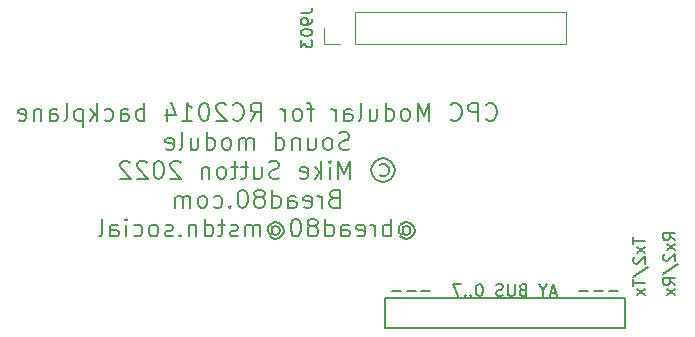
<source format=gbo>
G04 #@! TF.GenerationSoftware,KiCad,Pcbnew,(5.1.12)-1*
G04 #@! TF.CreationDate,2022-12-10T16:47:45+00:00*
G04 #@! TF.ProjectId,CPCSound,43504353-6f75-46e6-942e-6b696361645f,rev?*
G04 #@! TF.SameCoordinates,Original*
G04 #@! TF.FileFunction,Legend,Bot*
G04 #@! TF.FilePolarity,Positive*
%FSLAX46Y46*%
G04 Gerber Fmt 4.6, Leading zero omitted, Abs format (unit mm)*
G04 Created by KiCad (PCBNEW (5.1.12)-1) date 2022-12-10 16:47:45*
%MOMM*%
%LPD*%
G01*
G04 APERTURE LIST*
%ADD10C,0.150000*%
%ADD11C,0.200000*%
%ADD12C,0.120000*%
G04 APERTURE END LIST*
D10*
X244927380Y-143047976D02*
X244451190Y-142714642D01*
X244927380Y-142476547D02*
X243927380Y-142476547D01*
X243927380Y-142857500D01*
X243975000Y-142952738D01*
X244022619Y-143000357D01*
X244117857Y-143047976D01*
X244260714Y-143047976D01*
X244355952Y-143000357D01*
X244403571Y-142952738D01*
X244451190Y-142857500D01*
X244451190Y-142476547D01*
X244927380Y-143381309D02*
X244260714Y-143905119D01*
X244260714Y-143381309D02*
X244927380Y-143905119D01*
X244022619Y-144238452D02*
X243975000Y-144286071D01*
X243927380Y-144381309D01*
X243927380Y-144619404D01*
X243975000Y-144714642D01*
X244022619Y-144762261D01*
X244117857Y-144809880D01*
X244213095Y-144809880D01*
X244355952Y-144762261D01*
X244927380Y-144190833D01*
X244927380Y-144809880D01*
X243879761Y-145952738D02*
X245165476Y-145095595D01*
X244927380Y-146857500D02*
X244451190Y-146524166D01*
X244927380Y-146286071D02*
X243927380Y-146286071D01*
X243927380Y-146667023D01*
X243975000Y-146762261D01*
X244022619Y-146809880D01*
X244117857Y-146857500D01*
X244260714Y-146857500D01*
X244355952Y-146809880D01*
X244403571Y-146762261D01*
X244451190Y-146667023D01*
X244451190Y-146286071D01*
X244927380Y-147190833D02*
X244260714Y-147714642D01*
X244260714Y-147190833D02*
X244927380Y-147714642D01*
X241387380Y-142809880D02*
X241387380Y-143381309D01*
X242387380Y-143095595D02*
X241387380Y-143095595D01*
X242387380Y-143619404D02*
X241720714Y-144143214D01*
X241720714Y-143619404D02*
X242387380Y-144143214D01*
X241482619Y-144476547D02*
X241435000Y-144524166D01*
X241387380Y-144619404D01*
X241387380Y-144857500D01*
X241435000Y-144952738D01*
X241482619Y-145000357D01*
X241577857Y-145047976D01*
X241673095Y-145047976D01*
X241815952Y-145000357D01*
X242387380Y-144428928D01*
X242387380Y-145047976D01*
X241339761Y-146190833D02*
X242625476Y-145333690D01*
X241387380Y-146381309D02*
X241387380Y-146952738D01*
X242387380Y-146667023D02*
X241387380Y-146667023D01*
X242387380Y-147190833D02*
X241720714Y-147714642D01*
X241720714Y-147190833D02*
X242387380Y-147714642D01*
X220345000Y-147955000D02*
X240665000Y-147955000D01*
X220345000Y-150495000D02*
X220345000Y-147955000D01*
X240665000Y-150495000D02*
X220345000Y-150495000D01*
X240665000Y-147955000D02*
X240665000Y-150495000D01*
X240052619Y-147391428D02*
X239290714Y-147391428D01*
X238814523Y-147391428D02*
X238052619Y-147391428D01*
X237576428Y-147391428D02*
X236814523Y-147391428D01*
X234862142Y-147486666D02*
X234385952Y-147486666D01*
X234957380Y-147772380D02*
X234624047Y-146772380D01*
X234290714Y-147772380D01*
X233766904Y-147296190D02*
X233766904Y-147772380D01*
X234100238Y-146772380D02*
X233766904Y-147296190D01*
X233433571Y-146772380D01*
X232005000Y-147248571D02*
X231862142Y-147296190D01*
X231814523Y-147343809D01*
X231766904Y-147439047D01*
X231766904Y-147581904D01*
X231814523Y-147677142D01*
X231862142Y-147724761D01*
X231957380Y-147772380D01*
X232338333Y-147772380D01*
X232338333Y-146772380D01*
X232005000Y-146772380D01*
X231909761Y-146820000D01*
X231862142Y-146867619D01*
X231814523Y-146962857D01*
X231814523Y-147058095D01*
X231862142Y-147153333D01*
X231909761Y-147200952D01*
X232005000Y-147248571D01*
X232338333Y-147248571D01*
X231338333Y-146772380D02*
X231338333Y-147581904D01*
X231290714Y-147677142D01*
X231243095Y-147724761D01*
X231147857Y-147772380D01*
X230957380Y-147772380D01*
X230862142Y-147724761D01*
X230814523Y-147677142D01*
X230766904Y-147581904D01*
X230766904Y-146772380D01*
X230338333Y-147724761D02*
X230195476Y-147772380D01*
X229957380Y-147772380D01*
X229862142Y-147724761D01*
X229814523Y-147677142D01*
X229766904Y-147581904D01*
X229766904Y-147486666D01*
X229814523Y-147391428D01*
X229862142Y-147343809D01*
X229957380Y-147296190D01*
X230147857Y-147248571D01*
X230243095Y-147200952D01*
X230290714Y-147153333D01*
X230338333Y-147058095D01*
X230338333Y-146962857D01*
X230290714Y-146867619D01*
X230243095Y-146820000D01*
X230147857Y-146772380D01*
X229909761Y-146772380D01*
X229766904Y-146820000D01*
X228385952Y-146772380D02*
X228290714Y-146772380D01*
X228195476Y-146820000D01*
X228147857Y-146867619D01*
X228100238Y-146962857D01*
X228052619Y-147153333D01*
X228052619Y-147391428D01*
X228100238Y-147581904D01*
X228147857Y-147677142D01*
X228195476Y-147724761D01*
X228290714Y-147772380D01*
X228385952Y-147772380D01*
X228481190Y-147724761D01*
X228528809Y-147677142D01*
X228576428Y-147581904D01*
X228624047Y-147391428D01*
X228624047Y-147153333D01*
X228576428Y-146962857D01*
X228528809Y-146867619D01*
X228481190Y-146820000D01*
X228385952Y-146772380D01*
X227624047Y-147677142D02*
X227576428Y-147724761D01*
X227624047Y-147772380D01*
X227671666Y-147724761D01*
X227624047Y-147677142D01*
X227624047Y-147772380D01*
X227147857Y-147677142D02*
X227100238Y-147724761D01*
X227147857Y-147772380D01*
X227195476Y-147724761D01*
X227147857Y-147677142D01*
X227147857Y-147772380D01*
X226766904Y-146772380D02*
X226100238Y-146772380D01*
X226528809Y-147772380D01*
X224195476Y-147391428D02*
X223433571Y-147391428D01*
X222957380Y-147391428D02*
X222195476Y-147391428D01*
X221719285Y-147391428D02*
X220957380Y-147391428D01*
D11*
X228907142Y-132795714D02*
X228978571Y-132867142D01*
X229192857Y-132938571D01*
X229335714Y-132938571D01*
X229550000Y-132867142D01*
X229692857Y-132724285D01*
X229764285Y-132581428D01*
X229835714Y-132295714D01*
X229835714Y-132081428D01*
X229764285Y-131795714D01*
X229692857Y-131652857D01*
X229550000Y-131510000D01*
X229335714Y-131438571D01*
X229192857Y-131438571D01*
X228978571Y-131510000D01*
X228907142Y-131581428D01*
X228264285Y-132938571D02*
X228264285Y-131438571D01*
X227692857Y-131438571D01*
X227550000Y-131510000D01*
X227478571Y-131581428D01*
X227407142Y-131724285D01*
X227407142Y-131938571D01*
X227478571Y-132081428D01*
X227550000Y-132152857D01*
X227692857Y-132224285D01*
X228264285Y-132224285D01*
X225907142Y-132795714D02*
X225978571Y-132867142D01*
X226192857Y-132938571D01*
X226335714Y-132938571D01*
X226550000Y-132867142D01*
X226692857Y-132724285D01*
X226764285Y-132581428D01*
X226835714Y-132295714D01*
X226835714Y-132081428D01*
X226764285Y-131795714D01*
X226692857Y-131652857D01*
X226550000Y-131510000D01*
X226335714Y-131438571D01*
X226192857Y-131438571D01*
X225978571Y-131510000D01*
X225907142Y-131581428D01*
X224121428Y-132938571D02*
X224121428Y-131438571D01*
X223621428Y-132510000D01*
X223121428Y-131438571D01*
X223121428Y-132938571D01*
X222192857Y-132938571D02*
X222335714Y-132867142D01*
X222407142Y-132795714D01*
X222478571Y-132652857D01*
X222478571Y-132224285D01*
X222407142Y-132081428D01*
X222335714Y-132010000D01*
X222192857Y-131938571D01*
X221978571Y-131938571D01*
X221835714Y-132010000D01*
X221764285Y-132081428D01*
X221692857Y-132224285D01*
X221692857Y-132652857D01*
X221764285Y-132795714D01*
X221835714Y-132867142D01*
X221978571Y-132938571D01*
X222192857Y-132938571D01*
X220407142Y-132938571D02*
X220407142Y-131438571D01*
X220407142Y-132867142D02*
X220550000Y-132938571D01*
X220835714Y-132938571D01*
X220978571Y-132867142D01*
X221050000Y-132795714D01*
X221121428Y-132652857D01*
X221121428Y-132224285D01*
X221050000Y-132081428D01*
X220978571Y-132010000D01*
X220835714Y-131938571D01*
X220550000Y-131938571D01*
X220407142Y-132010000D01*
X219050000Y-131938571D02*
X219050000Y-132938571D01*
X219692857Y-131938571D02*
X219692857Y-132724285D01*
X219621428Y-132867142D01*
X219478571Y-132938571D01*
X219264285Y-132938571D01*
X219121428Y-132867142D01*
X219050000Y-132795714D01*
X218121428Y-132938571D02*
X218264285Y-132867142D01*
X218335714Y-132724285D01*
X218335714Y-131438571D01*
X216907142Y-132938571D02*
X216907142Y-132152857D01*
X216978571Y-132010000D01*
X217121428Y-131938571D01*
X217407142Y-131938571D01*
X217550000Y-132010000D01*
X216907142Y-132867142D02*
X217050000Y-132938571D01*
X217407142Y-132938571D01*
X217550000Y-132867142D01*
X217621428Y-132724285D01*
X217621428Y-132581428D01*
X217550000Y-132438571D01*
X217407142Y-132367142D01*
X217050000Y-132367142D01*
X216907142Y-132295714D01*
X216192857Y-132938571D02*
X216192857Y-131938571D01*
X216192857Y-132224285D02*
X216121428Y-132081428D01*
X216050000Y-132010000D01*
X215907142Y-131938571D01*
X215764285Y-131938571D01*
X214335714Y-131938571D02*
X213764285Y-131938571D01*
X214121428Y-132938571D02*
X214121428Y-131652857D01*
X214050000Y-131510000D01*
X213907142Y-131438571D01*
X213764285Y-131438571D01*
X213050000Y-132938571D02*
X213192857Y-132867142D01*
X213264285Y-132795714D01*
X213335714Y-132652857D01*
X213335714Y-132224285D01*
X213264285Y-132081428D01*
X213192857Y-132010000D01*
X213050000Y-131938571D01*
X212835714Y-131938571D01*
X212692857Y-132010000D01*
X212621428Y-132081428D01*
X212550000Y-132224285D01*
X212550000Y-132652857D01*
X212621428Y-132795714D01*
X212692857Y-132867142D01*
X212835714Y-132938571D01*
X213050000Y-132938571D01*
X211907142Y-132938571D02*
X211907142Y-131938571D01*
X211907142Y-132224285D02*
X211835714Y-132081428D01*
X211764285Y-132010000D01*
X211621428Y-131938571D01*
X211478571Y-131938571D01*
X208978571Y-132938571D02*
X209478571Y-132224285D01*
X209835714Y-132938571D02*
X209835714Y-131438571D01*
X209264285Y-131438571D01*
X209121428Y-131510000D01*
X209050000Y-131581428D01*
X208978571Y-131724285D01*
X208978571Y-131938571D01*
X209050000Y-132081428D01*
X209121428Y-132152857D01*
X209264285Y-132224285D01*
X209835714Y-132224285D01*
X207478571Y-132795714D02*
X207550000Y-132867142D01*
X207764285Y-132938571D01*
X207907142Y-132938571D01*
X208121428Y-132867142D01*
X208264285Y-132724285D01*
X208335714Y-132581428D01*
X208407142Y-132295714D01*
X208407142Y-132081428D01*
X208335714Y-131795714D01*
X208264285Y-131652857D01*
X208121428Y-131510000D01*
X207907142Y-131438571D01*
X207764285Y-131438571D01*
X207550000Y-131510000D01*
X207478571Y-131581428D01*
X206907142Y-131581428D02*
X206835714Y-131510000D01*
X206692857Y-131438571D01*
X206335714Y-131438571D01*
X206192857Y-131510000D01*
X206121428Y-131581428D01*
X206050000Y-131724285D01*
X206050000Y-131867142D01*
X206121428Y-132081428D01*
X206978571Y-132938571D01*
X206050000Y-132938571D01*
X205121428Y-131438571D02*
X204978571Y-131438571D01*
X204835714Y-131510000D01*
X204764285Y-131581428D01*
X204692857Y-131724285D01*
X204621428Y-132010000D01*
X204621428Y-132367142D01*
X204692857Y-132652857D01*
X204764285Y-132795714D01*
X204835714Y-132867142D01*
X204978571Y-132938571D01*
X205121428Y-132938571D01*
X205264285Y-132867142D01*
X205335714Y-132795714D01*
X205407142Y-132652857D01*
X205478571Y-132367142D01*
X205478571Y-132010000D01*
X205407142Y-131724285D01*
X205335714Y-131581428D01*
X205264285Y-131510000D01*
X205121428Y-131438571D01*
X203192857Y-132938571D02*
X204050000Y-132938571D01*
X203621428Y-132938571D02*
X203621428Y-131438571D01*
X203764285Y-131652857D01*
X203907142Y-131795714D01*
X204050000Y-131867142D01*
X201907142Y-131938571D02*
X201907142Y-132938571D01*
X202264285Y-131367142D02*
X202621428Y-132438571D01*
X201692857Y-132438571D01*
X199978571Y-132938571D02*
X199978571Y-131438571D01*
X199978571Y-132010000D02*
X199835714Y-131938571D01*
X199550000Y-131938571D01*
X199407142Y-132010000D01*
X199335714Y-132081428D01*
X199264285Y-132224285D01*
X199264285Y-132652857D01*
X199335714Y-132795714D01*
X199407142Y-132867142D01*
X199550000Y-132938571D01*
X199835714Y-132938571D01*
X199978571Y-132867142D01*
X197978571Y-132938571D02*
X197978571Y-132152857D01*
X198050000Y-132010000D01*
X198192857Y-131938571D01*
X198478571Y-131938571D01*
X198621428Y-132010000D01*
X197978571Y-132867142D02*
X198121428Y-132938571D01*
X198478571Y-132938571D01*
X198621428Y-132867142D01*
X198692857Y-132724285D01*
X198692857Y-132581428D01*
X198621428Y-132438571D01*
X198478571Y-132367142D01*
X198121428Y-132367142D01*
X197978571Y-132295714D01*
X196621428Y-132867142D02*
X196764285Y-132938571D01*
X197050000Y-132938571D01*
X197192857Y-132867142D01*
X197264285Y-132795714D01*
X197335714Y-132652857D01*
X197335714Y-132224285D01*
X197264285Y-132081428D01*
X197192857Y-132010000D01*
X197050000Y-131938571D01*
X196764285Y-131938571D01*
X196621428Y-132010000D01*
X195978571Y-132938571D02*
X195978571Y-131438571D01*
X195835714Y-132367142D02*
X195407142Y-132938571D01*
X195407142Y-131938571D02*
X195978571Y-132510000D01*
X194764285Y-131938571D02*
X194764285Y-133438571D01*
X194764285Y-132010000D02*
X194621428Y-131938571D01*
X194335714Y-131938571D01*
X194192857Y-132010000D01*
X194121428Y-132081428D01*
X194050000Y-132224285D01*
X194050000Y-132652857D01*
X194121428Y-132795714D01*
X194192857Y-132867142D01*
X194335714Y-132938571D01*
X194621428Y-132938571D01*
X194764285Y-132867142D01*
X193192857Y-132938571D02*
X193335714Y-132867142D01*
X193407142Y-132724285D01*
X193407142Y-131438571D01*
X191978571Y-132938571D02*
X191978571Y-132152857D01*
X192050000Y-132010000D01*
X192192857Y-131938571D01*
X192478571Y-131938571D01*
X192621428Y-132010000D01*
X191978571Y-132867142D02*
X192121428Y-132938571D01*
X192478571Y-132938571D01*
X192621428Y-132867142D01*
X192692857Y-132724285D01*
X192692857Y-132581428D01*
X192621428Y-132438571D01*
X192478571Y-132367142D01*
X192121428Y-132367142D01*
X191978571Y-132295714D01*
X191264285Y-131938571D02*
X191264285Y-132938571D01*
X191264285Y-132081428D02*
X191192857Y-132010000D01*
X191050000Y-131938571D01*
X190835714Y-131938571D01*
X190692857Y-132010000D01*
X190621428Y-132152857D01*
X190621428Y-132938571D01*
X189335714Y-132867142D02*
X189478571Y-132938571D01*
X189764285Y-132938571D01*
X189907142Y-132867142D01*
X189978571Y-132724285D01*
X189978571Y-132152857D01*
X189907142Y-132010000D01*
X189764285Y-131938571D01*
X189478571Y-131938571D01*
X189335714Y-132010000D01*
X189264285Y-132152857D01*
X189264285Y-132295714D01*
X189978571Y-132438571D01*
X217335714Y-135317142D02*
X217121428Y-135388571D01*
X216764285Y-135388571D01*
X216621428Y-135317142D01*
X216550000Y-135245714D01*
X216478571Y-135102857D01*
X216478571Y-134960000D01*
X216550000Y-134817142D01*
X216621428Y-134745714D01*
X216764285Y-134674285D01*
X217050000Y-134602857D01*
X217192857Y-134531428D01*
X217264285Y-134460000D01*
X217335714Y-134317142D01*
X217335714Y-134174285D01*
X217264285Y-134031428D01*
X217192857Y-133960000D01*
X217050000Y-133888571D01*
X216692857Y-133888571D01*
X216478571Y-133960000D01*
X215621428Y-135388571D02*
X215764285Y-135317142D01*
X215835714Y-135245714D01*
X215907142Y-135102857D01*
X215907142Y-134674285D01*
X215835714Y-134531428D01*
X215764285Y-134460000D01*
X215621428Y-134388571D01*
X215407142Y-134388571D01*
X215264285Y-134460000D01*
X215192857Y-134531428D01*
X215121428Y-134674285D01*
X215121428Y-135102857D01*
X215192857Y-135245714D01*
X215264285Y-135317142D01*
X215407142Y-135388571D01*
X215621428Y-135388571D01*
X213835714Y-134388571D02*
X213835714Y-135388571D01*
X214478571Y-134388571D02*
X214478571Y-135174285D01*
X214407142Y-135317142D01*
X214264285Y-135388571D01*
X214050000Y-135388571D01*
X213907142Y-135317142D01*
X213835714Y-135245714D01*
X213121428Y-134388571D02*
X213121428Y-135388571D01*
X213121428Y-134531428D02*
X213050000Y-134460000D01*
X212907142Y-134388571D01*
X212692857Y-134388571D01*
X212550000Y-134460000D01*
X212478571Y-134602857D01*
X212478571Y-135388571D01*
X211121428Y-135388571D02*
X211121428Y-133888571D01*
X211121428Y-135317142D02*
X211264285Y-135388571D01*
X211550000Y-135388571D01*
X211692857Y-135317142D01*
X211764285Y-135245714D01*
X211835714Y-135102857D01*
X211835714Y-134674285D01*
X211764285Y-134531428D01*
X211692857Y-134460000D01*
X211550000Y-134388571D01*
X211264285Y-134388571D01*
X211121428Y-134460000D01*
X209264285Y-135388571D02*
X209264285Y-134388571D01*
X209264285Y-134531428D02*
X209192857Y-134460000D01*
X209050000Y-134388571D01*
X208835714Y-134388571D01*
X208692857Y-134460000D01*
X208621428Y-134602857D01*
X208621428Y-135388571D01*
X208621428Y-134602857D02*
X208550000Y-134460000D01*
X208407142Y-134388571D01*
X208192857Y-134388571D01*
X208050000Y-134460000D01*
X207978571Y-134602857D01*
X207978571Y-135388571D01*
X207050000Y-135388571D02*
X207192857Y-135317142D01*
X207264285Y-135245714D01*
X207335714Y-135102857D01*
X207335714Y-134674285D01*
X207264285Y-134531428D01*
X207192857Y-134460000D01*
X207050000Y-134388571D01*
X206835714Y-134388571D01*
X206692857Y-134460000D01*
X206621428Y-134531428D01*
X206550000Y-134674285D01*
X206550000Y-135102857D01*
X206621428Y-135245714D01*
X206692857Y-135317142D01*
X206835714Y-135388571D01*
X207050000Y-135388571D01*
X205264285Y-135388571D02*
X205264285Y-133888571D01*
X205264285Y-135317142D02*
X205407142Y-135388571D01*
X205692857Y-135388571D01*
X205835714Y-135317142D01*
X205907142Y-135245714D01*
X205978571Y-135102857D01*
X205978571Y-134674285D01*
X205907142Y-134531428D01*
X205835714Y-134460000D01*
X205692857Y-134388571D01*
X205407142Y-134388571D01*
X205264285Y-134460000D01*
X203907142Y-134388571D02*
X203907142Y-135388571D01*
X204550000Y-134388571D02*
X204550000Y-135174285D01*
X204478571Y-135317142D01*
X204335714Y-135388571D01*
X204121428Y-135388571D01*
X203978571Y-135317142D01*
X203907142Y-135245714D01*
X202978571Y-135388571D02*
X203121428Y-135317142D01*
X203192857Y-135174285D01*
X203192857Y-133888571D01*
X201835714Y-135317142D02*
X201978571Y-135388571D01*
X202264285Y-135388571D01*
X202407142Y-135317142D01*
X202478571Y-135174285D01*
X202478571Y-134602857D01*
X202407142Y-134460000D01*
X202264285Y-134388571D01*
X201978571Y-134388571D01*
X201835714Y-134460000D01*
X201764285Y-134602857D01*
X201764285Y-134745714D01*
X202478571Y-134888571D01*
X219907142Y-136695714D02*
X220050000Y-136624285D01*
X220335714Y-136624285D01*
X220478571Y-136695714D01*
X220621428Y-136838571D01*
X220692857Y-136981428D01*
X220692857Y-137267142D01*
X220621428Y-137410000D01*
X220478571Y-137552857D01*
X220335714Y-137624285D01*
X220050000Y-137624285D01*
X219907142Y-137552857D01*
X220192857Y-136124285D02*
X220550000Y-136195714D01*
X220907142Y-136410000D01*
X221121428Y-136767142D01*
X221192857Y-137124285D01*
X221121428Y-137481428D01*
X220907142Y-137838571D01*
X220550000Y-138052857D01*
X220192857Y-138124285D01*
X219835714Y-138052857D01*
X219478571Y-137838571D01*
X219264285Y-137481428D01*
X219192857Y-137124285D01*
X219264285Y-136767142D01*
X219478571Y-136410000D01*
X219835714Y-136195714D01*
X220192857Y-136124285D01*
X217407142Y-137838571D02*
X217407142Y-136338571D01*
X216907142Y-137410000D01*
X216407142Y-136338571D01*
X216407142Y-137838571D01*
X215692857Y-137838571D02*
X215692857Y-136838571D01*
X215692857Y-136338571D02*
X215764285Y-136410000D01*
X215692857Y-136481428D01*
X215621428Y-136410000D01*
X215692857Y-136338571D01*
X215692857Y-136481428D01*
X214978571Y-137838571D02*
X214978571Y-136338571D01*
X214835714Y-137267142D02*
X214407142Y-137838571D01*
X214407142Y-136838571D02*
X214978571Y-137410000D01*
X213192857Y-137767142D02*
X213335714Y-137838571D01*
X213621428Y-137838571D01*
X213764285Y-137767142D01*
X213835714Y-137624285D01*
X213835714Y-137052857D01*
X213764285Y-136910000D01*
X213621428Y-136838571D01*
X213335714Y-136838571D01*
X213192857Y-136910000D01*
X213121428Y-137052857D01*
X213121428Y-137195714D01*
X213835714Y-137338571D01*
X211407142Y-137767142D02*
X211192857Y-137838571D01*
X210835714Y-137838571D01*
X210692857Y-137767142D01*
X210621428Y-137695714D01*
X210550000Y-137552857D01*
X210550000Y-137410000D01*
X210621428Y-137267142D01*
X210692857Y-137195714D01*
X210835714Y-137124285D01*
X211121428Y-137052857D01*
X211264285Y-136981428D01*
X211335714Y-136910000D01*
X211407142Y-136767142D01*
X211407142Y-136624285D01*
X211335714Y-136481428D01*
X211264285Y-136410000D01*
X211121428Y-136338571D01*
X210764285Y-136338571D01*
X210550000Y-136410000D01*
X209264285Y-136838571D02*
X209264285Y-137838571D01*
X209907142Y-136838571D02*
X209907142Y-137624285D01*
X209835714Y-137767142D01*
X209692857Y-137838571D01*
X209478571Y-137838571D01*
X209335714Y-137767142D01*
X209264285Y-137695714D01*
X208764285Y-136838571D02*
X208192857Y-136838571D01*
X208550000Y-136338571D02*
X208550000Y-137624285D01*
X208478571Y-137767142D01*
X208335714Y-137838571D01*
X208192857Y-137838571D01*
X207907142Y-136838571D02*
X207335714Y-136838571D01*
X207692857Y-136338571D02*
X207692857Y-137624285D01*
X207621428Y-137767142D01*
X207478571Y-137838571D01*
X207335714Y-137838571D01*
X206621428Y-137838571D02*
X206764285Y-137767142D01*
X206835714Y-137695714D01*
X206907142Y-137552857D01*
X206907142Y-137124285D01*
X206835714Y-136981428D01*
X206764285Y-136910000D01*
X206621428Y-136838571D01*
X206407142Y-136838571D01*
X206264285Y-136910000D01*
X206192857Y-136981428D01*
X206121428Y-137124285D01*
X206121428Y-137552857D01*
X206192857Y-137695714D01*
X206264285Y-137767142D01*
X206407142Y-137838571D01*
X206621428Y-137838571D01*
X205478571Y-136838571D02*
X205478571Y-137838571D01*
X205478571Y-136981428D02*
X205407142Y-136910000D01*
X205264285Y-136838571D01*
X205050000Y-136838571D01*
X204907142Y-136910000D01*
X204835714Y-137052857D01*
X204835714Y-137838571D01*
X203050000Y-136481428D02*
X202978571Y-136410000D01*
X202835714Y-136338571D01*
X202478571Y-136338571D01*
X202335714Y-136410000D01*
X202264285Y-136481428D01*
X202192857Y-136624285D01*
X202192857Y-136767142D01*
X202264285Y-136981428D01*
X203121428Y-137838571D01*
X202192857Y-137838571D01*
X201264285Y-136338571D02*
X201121428Y-136338571D01*
X200978571Y-136410000D01*
X200907142Y-136481428D01*
X200835714Y-136624285D01*
X200764285Y-136910000D01*
X200764285Y-137267142D01*
X200835714Y-137552857D01*
X200907142Y-137695714D01*
X200978571Y-137767142D01*
X201121428Y-137838571D01*
X201264285Y-137838571D01*
X201407142Y-137767142D01*
X201478571Y-137695714D01*
X201550000Y-137552857D01*
X201621428Y-137267142D01*
X201621428Y-136910000D01*
X201550000Y-136624285D01*
X201478571Y-136481428D01*
X201407142Y-136410000D01*
X201264285Y-136338571D01*
X200192857Y-136481428D02*
X200121428Y-136410000D01*
X199978571Y-136338571D01*
X199621428Y-136338571D01*
X199478571Y-136410000D01*
X199407142Y-136481428D01*
X199335714Y-136624285D01*
X199335714Y-136767142D01*
X199407142Y-136981428D01*
X200264285Y-137838571D01*
X199335714Y-137838571D01*
X198764285Y-136481428D02*
X198692857Y-136410000D01*
X198550000Y-136338571D01*
X198192857Y-136338571D01*
X198050000Y-136410000D01*
X197978571Y-136481428D01*
X197907142Y-136624285D01*
X197907142Y-136767142D01*
X197978571Y-136981428D01*
X198835714Y-137838571D01*
X197907142Y-137838571D01*
X216014285Y-139502857D02*
X215800000Y-139574285D01*
X215728571Y-139645714D01*
X215657142Y-139788571D01*
X215657142Y-140002857D01*
X215728571Y-140145714D01*
X215800000Y-140217142D01*
X215942857Y-140288571D01*
X216514285Y-140288571D01*
X216514285Y-138788571D01*
X216014285Y-138788571D01*
X215871428Y-138860000D01*
X215800000Y-138931428D01*
X215728571Y-139074285D01*
X215728571Y-139217142D01*
X215800000Y-139360000D01*
X215871428Y-139431428D01*
X216014285Y-139502857D01*
X216514285Y-139502857D01*
X215014285Y-140288571D02*
X215014285Y-139288571D01*
X215014285Y-139574285D02*
X214942857Y-139431428D01*
X214871428Y-139360000D01*
X214728571Y-139288571D01*
X214585714Y-139288571D01*
X213514285Y-140217142D02*
X213657142Y-140288571D01*
X213942857Y-140288571D01*
X214085714Y-140217142D01*
X214157142Y-140074285D01*
X214157142Y-139502857D01*
X214085714Y-139360000D01*
X213942857Y-139288571D01*
X213657142Y-139288571D01*
X213514285Y-139360000D01*
X213442857Y-139502857D01*
X213442857Y-139645714D01*
X214157142Y-139788571D01*
X212157142Y-140288571D02*
X212157142Y-139502857D01*
X212228571Y-139360000D01*
X212371428Y-139288571D01*
X212657142Y-139288571D01*
X212800000Y-139360000D01*
X212157142Y-140217142D02*
X212300000Y-140288571D01*
X212657142Y-140288571D01*
X212800000Y-140217142D01*
X212871428Y-140074285D01*
X212871428Y-139931428D01*
X212800000Y-139788571D01*
X212657142Y-139717142D01*
X212300000Y-139717142D01*
X212157142Y-139645714D01*
X210800000Y-140288571D02*
X210800000Y-138788571D01*
X210800000Y-140217142D02*
X210942857Y-140288571D01*
X211228571Y-140288571D01*
X211371428Y-140217142D01*
X211442857Y-140145714D01*
X211514285Y-140002857D01*
X211514285Y-139574285D01*
X211442857Y-139431428D01*
X211371428Y-139360000D01*
X211228571Y-139288571D01*
X210942857Y-139288571D01*
X210800000Y-139360000D01*
X209871428Y-139431428D02*
X210014285Y-139360000D01*
X210085714Y-139288571D01*
X210157142Y-139145714D01*
X210157142Y-139074285D01*
X210085714Y-138931428D01*
X210014285Y-138860000D01*
X209871428Y-138788571D01*
X209585714Y-138788571D01*
X209442857Y-138860000D01*
X209371428Y-138931428D01*
X209300000Y-139074285D01*
X209300000Y-139145714D01*
X209371428Y-139288571D01*
X209442857Y-139360000D01*
X209585714Y-139431428D01*
X209871428Y-139431428D01*
X210014285Y-139502857D01*
X210085714Y-139574285D01*
X210157142Y-139717142D01*
X210157142Y-140002857D01*
X210085714Y-140145714D01*
X210014285Y-140217142D01*
X209871428Y-140288571D01*
X209585714Y-140288571D01*
X209442857Y-140217142D01*
X209371428Y-140145714D01*
X209300000Y-140002857D01*
X209300000Y-139717142D01*
X209371428Y-139574285D01*
X209442857Y-139502857D01*
X209585714Y-139431428D01*
X208371428Y-138788571D02*
X208228571Y-138788571D01*
X208085714Y-138860000D01*
X208014285Y-138931428D01*
X207942857Y-139074285D01*
X207871428Y-139360000D01*
X207871428Y-139717142D01*
X207942857Y-140002857D01*
X208014285Y-140145714D01*
X208085714Y-140217142D01*
X208228571Y-140288571D01*
X208371428Y-140288571D01*
X208514285Y-140217142D01*
X208585714Y-140145714D01*
X208657142Y-140002857D01*
X208728571Y-139717142D01*
X208728571Y-139360000D01*
X208657142Y-139074285D01*
X208585714Y-138931428D01*
X208514285Y-138860000D01*
X208371428Y-138788571D01*
X207228571Y-140145714D02*
X207157142Y-140217142D01*
X207228571Y-140288571D01*
X207300000Y-140217142D01*
X207228571Y-140145714D01*
X207228571Y-140288571D01*
X205871428Y-140217142D02*
X206014285Y-140288571D01*
X206300000Y-140288571D01*
X206442857Y-140217142D01*
X206514285Y-140145714D01*
X206585714Y-140002857D01*
X206585714Y-139574285D01*
X206514285Y-139431428D01*
X206442857Y-139360000D01*
X206300000Y-139288571D01*
X206014285Y-139288571D01*
X205871428Y-139360000D01*
X205014285Y-140288571D02*
X205157142Y-140217142D01*
X205228571Y-140145714D01*
X205300000Y-140002857D01*
X205300000Y-139574285D01*
X205228571Y-139431428D01*
X205157142Y-139360000D01*
X205014285Y-139288571D01*
X204800000Y-139288571D01*
X204657142Y-139360000D01*
X204585714Y-139431428D01*
X204514285Y-139574285D01*
X204514285Y-140002857D01*
X204585714Y-140145714D01*
X204657142Y-140217142D01*
X204800000Y-140288571D01*
X205014285Y-140288571D01*
X203871428Y-140288571D02*
X203871428Y-139288571D01*
X203871428Y-139431428D02*
X203800000Y-139360000D01*
X203657142Y-139288571D01*
X203442857Y-139288571D01*
X203300000Y-139360000D01*
X203228571Y-139502857D01*
X203228571Y-140288571D01*
X203228571Y-139502857D02*
X203157142Y-139360000D01*
X203014285Y-139288571D01*
X202800000Y-139288571D01*
X202657142Y-139360000D01*
X202585714Y-139502857D01*
X202585714Y-140288571D01*
X221871428Y-142024285D02*
X221942857Y-141952857D01*
X222085714Y-141881428D01*
X222228571Y-141881428D01*
X222371428Y-141952857D01*
X222442857Y-142024285D01*
X222514285Y-142167142D01*
X222514285Y-142310000D01*
X222442857Y-142452857D01*
X222371428Y-142524285D01*
X222228571Y-142595714D01*
X222085714Y-142595714D01*
X221942857Y-142524285D01*
X221871428Y-142452857D01*
X221871428Y-141881428D02*
X221871428Y-142452857D01*
X221800000Y-142524285D01*
X221728571Y-142524285D01*
X221585714Y-142452857D01*
X221514285Y-142310000D01*
X221514285Y-141952857D01*
X221657142Y-141738571D01*
X221871428Y-141595714D01*
X222157142Y-141524285D01*
X222442857Y-141595714D01*
X222657142Y-141738571D01*
X222800000Y-141952857D01*
X222871428Y-142238571D01*
X222800000Y-142524285D01*
X222657142Y-142738571D01*
X222442857Y-142881428D01*
X222157142Y-142952857D01*
X221871428Y-142881428D01*
X221657142Y-142738571D01*
X220871428Y-142738571D02*
X220871428Y-141238571D01*
X220871428Y-141810000D02*
X220728571Y-141738571D01*
X220442857Y-141738571D01*
X220300000Y-141810000D01*
X220228571Y-141881428D01*
X220157142Y-142024285D01*
X220157142Y-142452857D01*
X220228571Y-142595714D01*
X220300000Y-142667142D01*
X220442857Y-142738571D01*
X220728571Y-142738571D01*
X220871428Y-142667142D01*
X219514285Y-142738571D02*
X219514285Y-141738571D01*
X219514285Y-142024285D02*
X219442857Y-141881428D01*
X219371428Y-141810000D01*
X219228571Y-141738571D01*
X219085714Y-141738571D01*
X218014285Y-142667142D02*
X218157142Y-142738571D01*
X218442857Y-142738571D01*
X218585714Y-142667142D01*
X218657142Y-142524285D01*
X218657142Y-141952857D01*
X218585714Y-141810000D01*
X218442857Y-141738571D01*
X218157142Y-141738571D01*
X218014285Y-141810000D01*
X217942857Y-141952857D01*
X217942857Y-142095714D01*
X218657142Y-142238571D01*
X216657142Y-142738571D02*
X216657142Y-141952857D01*
X216728571Y-141810000D01*
X216871428Y-141738571D01*
X217157142Y-141738571D01*
X217300000Y-141810000D01*
X216657142Y-142667142D02*
X216800000Y-142738571D01*
X217157142Y-142738571D01*
X217300000Y-142667142D01*
X217371428Y-142524285D01*
X217371428Y-142381428D01*
X217300000Y-142238571D01*
X217157142Y-142167142D01*
X216800000Y-142167142D01*
X216657142Y-142095714D01*
X215300000Y-142738571D02*
X215300000Y-141238571D01*
X215300000Y-142667142D02*
X215442857Y-142738571D01*
X215728571Y-142738571D01*
X215871428Y-142667142D01*
X215942857Y-142595714D01*
X216014285Y-142452857D01*
X216014285Y-142024285D01*
X215942857Y-141881428D01*
X215871428Y-141810000D01*
X215728571Y-141738571D01*
X215442857Y-141738571D01*
X215300000Y-141810000D01*
X214371428Y-141881428D02*
X214514285Y-141810000D01*
X214585714Y-141738571D01*
X214657142Y-141595714D01*
X214657142Y-141524285D01*
X214585714Y-141381428D01*
X214514285Y-141310000D01*
X214371428Y-141238571D01*
X214085714Y-141238571D01*
X213942857Y-141310000D01*
X213871428Y-141381428D01*
X213800000Y-141524285D01*
X213800000Y-141595714D01*
X213871428Y-141738571D01*
X213942857Y-141810000D01*
X214085714Y-141881428D01*
X214371428Y-141881428D01*
X214514285Y-141952857D01*
X214585714Y-142024285D01*
X214657142Y-142167142D01*
X214657142Y-142452857D01*
X214585714Y-142595714D01*
X214514285Y-142667142D01*
X214371428Y-142738571D01*
X214085714Y-142738571D01*
X213942857Y-142667142D01*
X213871428Y-142595714D01*
X213800000Y-142452857D01*
X213800000Y-142167142D01*
X213871428Y-142024285D01*
X213942857Y-141952857D01*
X214085714Y-141881428D01*
X212871428Y-141238571D02*
X212728571Y-141238571D01*
X212585714Y-141310000D01*
X212514285Y-141381428D01*
X212442857Y-141524285D01*
X212371428Y-141810000D01*
X212371428Y-142167142D01*
X212442857Y-142452857D01*
X212514285Y-142595714D01*
X212585714Y-142667142D01*
X212728571Y-142738571D01*
X212871428Y-142738571D01*
X213014285Y-142667142D01*
X213085714Y-142595714D01*
X213157142Y-142452857D01*
X213228571Y-142167142D01*
X213228571Y-141810000D01*
X213157142Y-141524285D01*
X213085714Y-141381428D01*
X213014285Y-141310000D01*
X212871428Y-141238571D01*
X210800000Y-142024285D02*
X210871428Y-141952857D01*
X211014285Y-141881428D01*
X211157142Y-141881428D01*
X211300000Y-141952857D01*
X211371428Y-142024285D01*
X211442857Y-142167142D01*
X211442857Y-142310000D01*
X211371428Y-142452857D01*
X211300000Y-142524285D01*
X211157142Y-142595714D01*
X211014285Y-142595714D01*
X210871428Y-142524285D01*
X210800000Y-142452857D01*
X210800000Y-141881428D02*
X210800000Y-142452857D01*
X210728571Y-142524285D01*
X210657142Y-142524285D01*
X210514285Y-142452857D01*
X210442857Y-142310000D01*
X210442857Y-141952857D01*
X210585714Y-141738571D01*
X210800000Y-141595714D01*
X211085714Y-141524285D01*
X211371428Y-141595714D01*
X211585714Y-141738571D01*
X211728571Y-141952857D01*
X211800000Y-142238571D01*
X211728571Y-142524285D01*
X211585714Y-142738571D01*
X211371428Y-142881428D01*
X211085714Y-142952857D01*
X210800000Y-142881428D01*
X210585714Y-142738571D01*
X209800000Y-142738571D02*
X209800000Y-141738571D01*
X209800000Y-141881428D02*
X209728571Y-141810000D01*
X209585714Y-141738571D01*
X209371428Y-141738571D01*
X209228571Y-141810000D01*
X209157142Y-141952857D01*
X209157142Y-142738571D01*
X209157142Y-141952857D02*
X209085714Y-141810000D01*
X208942857Y-141738571D01*
X208728571Y-141738571D01*
X208585714Y-141810000D01*
X208514285Y-141952857D01*
X208514285Y-142738571D01*
X207871428Y-142667142D02*
X207728571Y-142738571D01*
X207442857Y-142738571D01*
X207300000Y-142667142D01*
X207228571Y-142524285D01*
X207228571Y-142452857D01*
X207300000Y-142310000D01*
X207442857Y-142238571D01*
X207657142Y-142238571D01*
X207800000Y-142167142D01*
X207871428Y-142024285D01*
X207871428Y-141952857D01*
X207800000Y-141810000D01*
X207657142Y-141738571D01*
X207442857Y-141738571D01*
X207300000Y-141810000D01*
X206800000Y-141738571D02*
X206228571Y-141738571D01*
X206585714Y-141238571D02*
X206585714Y-142524285D01*
X206514285Y-142667142D01*
X206371428Y-142738571D01*
X206228571Y-142738571D01*
X205085714Y-142738571D02*
X205085714Y-141238571D01*
X205085714Y-142667142D02*
X205228571Y-142738571D01*
X205514285Y-142738571D01*
X205657142Y-142667142D01*
X205728571Y-142595714D01*
X205800000Y-142452857D01*
X205800000Y-142024285D01*
X205728571Y-141881428D01*
X205657142Y-141810000D01*
X205514285Y-141738571D01*
X205228571Y-141738571D01*
X205085714Y-141810000D01*
X204371428Y-141738571D02*
X204371428Y-142738571D01*
X204371428Y-141881428D02*
X204300000Y-141810000D01*
X204157142Y-141738571D01*
X203942857Y-141738571D01*
X203800000Y-141810000D01*
X203728571Y-141952857D01*
X203728571Y-142738571D01*
X203014285Y-142595714D02*
X202942857Y-142667142D01*
X203014285Y-142738571D01*
X203085714Y-142667142D01*
X203014285Y-142595714D01*
X203014285Y-142738571D01*
X202371428Y-142667142D02*
X202228571Y-142738571D01*
X201942857Y-142738571D01*
X201800000Y-142667142D01*
X201728571Y-142524285D01*
X201728571Y-142452857D01*
X201800000Y-142310000D01*
X201942857Y-142238571D01*
X202157142Y-142238571D01*
X202300000Y-142167142D01*
X202371428Y-142024285D01*
X202371428Y-141952857D01*
X202300000Y-141810000D01*
X202157142Y-141738571D01*
X201942857Y-141738571D01*
X201800000Y-141810000D01*
X200871428Y-142738571D02*
X201014285Y-142667142D01*
X201085714Y-142595714D01*
X201157142Y-142452857D01*
X201157142Y-142024285D01*
X201085714Y-141881428D01*
X201014285Y-141810000D01*
X200871428Y-141738571D01*
X200657142Y-141738571D01*
X200514285Y-141810000D01*
X200442857Y-141881428D01*
X200371428Y-142024285D01*
X200371428Y-142452857D01*
X200442857Y-142595714D01*
X200514285Y-142667142D01*
X200657142Y-142738571D01*
X200871428Y-142738571D01*
X199085714Y-142667142D02*
X199228571Y-142738571D01*
X199514285Y-142738571D01*
X199657142Y-142667142D01*
X199728571Y-142595714D01*
X199800000Y-142452857D01*
X199800000Y-142024285D01*
X199728571Y-141881428D01*
X199657142Y-141810000D01*
X199514285Y-141738571D01*
X199228571Y-141738571D01*
X199085714Y-141810000D01*
X198442857Y-142738571D02*
X198442857Y-141738571D01*
X198442857Y-141238571D02*
X198514285Y-141310000D01*
X198442857Y-141381428D01*
X198371428Y-141310000D01*
X198442857Y-141238571D01*
X198442857Y-141381428D01*
X197085714Y-142738571D02*
X197085714Y-141952857D01*
X197157142Y-141810000D01*
X197300000Y-141738571D01*
X197585714Y-141738571D01*
X197728571Y-141810000D01*
X197085714Y-142667142D02*
X197228571Y-142738571D01*
X197585714Y-142738571D01*
X197728571Y-142667142D01*
X197800000Y-142524285D01*
X197800000Y-142381428D01*
X197728571Y-142238571D01*
X197585714Y-142167142D01*
X197228571Y-142167142D01*
X197085714Y-142095714D01*
X196157142Y-142738571D02*
X196300000Y-142667142D01*
X196371428Y-142524285D01*
X196371428Y-141238571D01*
D12*
X215205000Y-125095000D02*
X215205000Y-126425000D01*
X215205000Y-126425000D02*
X216535000Y-126425000D01*
X217805000Y-126425000D02*
X235645000Y-126425000D01*
X235645000Y-123765000D02*
X235645000Y-126425000D01*
X217805000Y-123765000D02*
X235645000Y-123765000D01*
X217805000Y-123765000D02*
X217805000Y-126425000D01*
D10*
X213217380Y-123809285D02*
X213931666Y-123809285D01*
X214074523Y-123761666D01*
X214169761Y-123666428D01*
X214217380Y-123523571D01*
X214217380Y-123428333D01*
X214217380Y-124333095D02*
X214217380Y-124523571D01*
X214169761Y-124618809D01*
X214122142Y-124666428D01*
X213979285Y-124761666D01*
X213788809Y-124809285D01*
X213407857Y-124809285D01*
X213312619Y-124761666D01*
X213265000Y-124714047D01*
X213217380Y-124618809D01*
X213217380Y-124428333D01*
X213265000Y-124333095D01*
X213312619Y-124285476D01*
X213407857Y-124237857D01*
X213645952Y-124237857D01*
X213741190Y-124285476D01*
X213788809Y-124333095D01*
X213836428Y-124428333D01*
X213836428Y-124618809D01*
X213788809Y-124714047D01*
X213741190Y-124761666D01*
X213645952Y-124809285D01*
X213217380Y-125428333D02*
X213217380Y-125523571D01*
X213265000Y-125618809D01*
X213312619Y-125666428D01*
X213407857Y-125714047D01*
X213598333Y-125761666D01*
X213836428Y-125761666D01*
X214026904Y-125714047D01*
X214122142Y-125666428D01*
X214169761Y-125618809D01*
X214217380Y-125523571D01*
X214217380Y-125428333D01*
X214169761Y-125333095D01*
X214122142Y-125285476D01*
X214026904Y-125237857D01*
X213836428Y-125190238D01*
X213598333Y-125190238D01*
X213407857Y-125237857D01*
X213312619Y-125285476D01*
X213265000Y-125333095D01*
X213217380Y-125428333D01*
X213217380Y-126095000D02*
X213217380Y-126714047D01*
X213598333Y-126380714D01*
X213598333Y-126523571D01*
X213645952Y-126618809D01*
X213693571Y-126666428D01*
X213788809Y-126714047D01*
X214026904Y-126714047D01*
X214122142Y-126666428D01*
X214169761Y-126618809D01*
X214217380Y-126523571D01*
X214217380Y-126237857D01*
X214169761Y-126142619D01*
X214122142Y-126095000D01*
M02*

</source>
